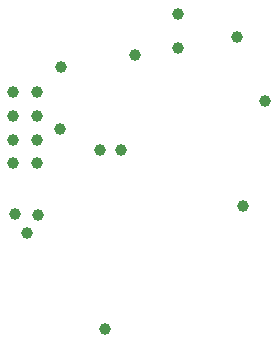
<source format=gbp>
G04*
G04 #@! TF.GenerationSoftware,Altium Limited,Altium Designer,21.8.1 (53)*
G04*
G04 Layer_Color=128*
%FSLAX25Y25*%
%MOIN*%
G70*
G04*
G04 #@! TF.SameCoordinates,3953C7C4-12BB-4AEB-9917-3EAA161B92D5*
G04*
G04*
G04 #@! TF.FilePolarity,Positive*
G04*
G01*
G75*
%ADD34C,0.03937*%
D34*
X3957Y103255D02*
D03*
X11971D02*
D03*
X33228Y99764D02*
D03*
X19842Y106732D02*
D03*
X78701Y137362D02*
D03*
X34633Y40194D02*
D03*
X20118Y127520D02*
D03*
X4843Y78386D02*
D03*
X8681Y72126D02*
D03*
X88268Y116299D02*
D03*
X44855Y131404D02*
D03*
X12520Y78268D02*
D03*
X59231Y145166D02*
D03*
Y133867D02*
D03*
X40142Y99735D02*
D03*
X3957Y111268D02*
D03*
X11971Y119282D02*
D03*
Y95445D02*
D03*
X3957D02*
D03*
Y119282D02*
D03*
X11971Y111268D02*
D03*
X80630Y81181D02*
D03*
M02*

</source>
